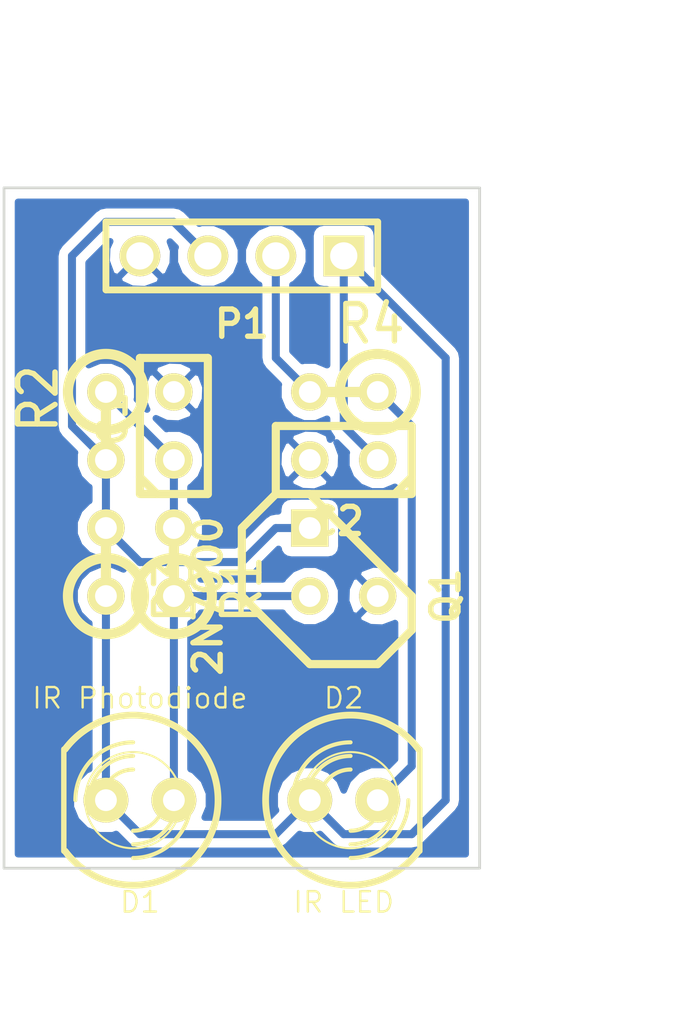
<source format=kicad_pcb>
(kicad_pcb (version 20170123) (host pcbnew no-vcs-found-7592~57~ubuntu16.04.1)

  (general
    (links 16)
    (no_connects 0)
    (area 74.879999 21.430001 103.948572 61.165)
    (thickness 1.6)
    (drawings 7)
    (tracks 30)
    (zones 0)
    (modules 10)
    (nets 8)
  )

  (page A3)
  (layers
    (0 F.Cu signal)
    (31 B.Cu signal)
    (32 B.Adhes user)
    (33 F.Adhes user)
    (34 B.Paste user)
    (35 F.Paste user)
    (36 B.SilkS user)
    (37 F.SilkS user)
    (38 B.Mask user)
    (39 F.Mask user)
    (40 Dwgs.User user)
    (41 Cmts.User user)
    (42 Eco1.User user)
    (43 Eco2.User user)
    (44 Edge.Cuts user)
  )

  (setup
    (last_trace_width 0.3)
    (trace_clearance 0.25)
    (zone_clearance 0.35)
    (zone_45_only no)
    (trace_min 0.254)
    (segment_width 0.2)
    (edge_width 0.1)
    (via_size 0.889)
    (via_drill 0.635)
    (via_min_size 0.889)
    (via_min_drill 0.508)
    (uvia_size 0.508)
    (uvia_drill 0.127)
    (uvias_allowed no)
    (uvia_min_size 0.508)
    (uvia_min_drill 0.127)
    (pcb_text_width 0.3)
    (pcb_text_size 1.5 1.5)
    (mod_edge_width 0.15)
    (mod_text_size 1 1)
    (mod_text_width 0.15)
    (pad_size 1.5 1.5)
    (pad_drill 0.6)
    (pad_to_mask_clearance 0)
    (aux_axis_origin 87.663674 30.509732)
    (visible_elements FFFFFFBF)
    (pcbplotparams
      (layerselection 0x01030_ffffffff)
      (usegerberextensions true)
      (excludeedgelayer true)
      (linewidth 0.150000)
      (plotframeref false)
      (viasonmask false)
      (mode 1)
      (useauxorigin false)
      (hpglpennumber 1)
      (hpglpenspeed 20)
      (hpglpendiameter 15)
      (psnegative false)
      (psa4output false)
      (plotreference true)
      (plotvalue true)
      (plotinvisibletext false)
      (padsonsilk false)
      (subtractmaskfromsilk false)
      (outputformat 1)
      (mirror false)
      (drillshape 0)
      (scaleselection 1)
      (outputdirectory GERBER))
  )

  (net 0 "")
  (net 1 GND)
  (net 2 N-000001)
  (net 3 N-000003)
  (net 4 N-000004)
  (net 5 N-000005)
  (net 6 N-000006)
  (net 7 VCC)

  (net_class Default "Esta é a classe de net default."
    (clearance 0.25)
    (trace_width 0.3)
    (via_dia 0.889)
    (via_drill 0.635)
    (uvia_dia 0.508)
    (uvia_drill 0.127)
    (add_net GND)
    (add_net N-000001)
    (add_net N-000003)
    (add_net N-000004)
    (add_net N-000005)
    (add_net N-000006)
    (add_net VCC)
  )

  (module TO92DGS (layer F.Cu) (tedit 4469CFF0) (tstamp 54F9A36D)
    (at 87.63 41.91 90)
    (descr "Transistor TO92 brochage type BC237")
    (tags "TR TO92")
    (path /54F9A080)
    (fp_text reference Q1 (at -1.27 3.81 90) (layer F.SilkS)
      (effects (font (size 1.016 1.016) (thickness 0.2032)))
    )
    (fp_text value 2N7000 (at -1.27 -5.08 90) (layer F.SilkS)
      (effects (font (size 1.016 1.016) (thickness 0.2032)))
    )
    (fp_line (start -1.27 2.54) (end 2.54 -1.27) (layer F.SilkS) (width 0.3048))
    (fp_line (start 2.54 -1.27) (end 2.54 -2.54) (layer F.SilkS) (width 0.3048))
    (fp_line (start 2.54 -2.54) (end 1.27 -3.81) (layer F.SilkS) (width 0.3048))
    (fp_line (start 1.27 -3.81) (end -1.27 -3.81) (layer F.SilkS) (width 0.3048))
    (fp_line (start -1.27 -3.81) (end -3.81 -1.27) (layer F.SilkS) (width 0.3048))
    (fp_line (start -3.81 -1.27) (end -3.81 1.27) (layer F.SilkS) (width 0.3048))
    (fp_line (start -3.81 1.27) (end -2.54 2.54) (layer F.SilkS) (width 0.3048))
    (fp_line (start -2.54 2.54) (end -1.27 2.54) (layer F.SilkS) (width 0.3048))
    (pad D thru_hole rect (at 1.27 -1.27 90) (size 1.397 1.397) (drill 0.8128) (layers *.Cu *.Mask F.SilkS)
      (net 5 N-000005))
    (pad G thru_hole circle (at -1.27 -1.27 90) (size 1.397 1.397) (drill 0.8128) (layers *.Cu *.Mask F.SilkS)
      (net 6 N-000006))
    (pad S thru_hole circle (at -1.27 1.27 90) (size 1.397 1.397) (drill 0.8128) (layers *.Cu *.Mask F.SilkS)
      (net 1 GND))
    (model discret/to98.wrl
      (at (xyz 0 0 0))
      (scale (xyz 1 1 1))
      (rotate (xyz 0 0 0))
    )
  )

  (module R1 (layer F.Cu) (tedit 200000) (tstamp 54F9A375)
    (at 78.74 41.91 90)
    (descr "Resistance verticale")
    (tags R)
    (path /54F9A0C1)
    (autoplace_cost90 10)
    (autoplace_cost180 10)
    (fp_text reference R3 (at -1.016 2.54 90) (layer F.SilkS)
      (effects (font (size 1.397 1.27) (thickness 0.2032)))
    )
    (fp_text value 1k (at -1.143 2.54 90) (layer F.SilkS) hide
      (effects (font (size 1.397 1.27) (thickness 0.2032)))
    )
    (fp_line (start -1.27 0) (end 1.27 0) (layer F.SilkS) (width 0.381))
    (fp_circle (center -1.27 0) (end -0.635 1.27) (layer F.SilkS) (width 0.381))
    (pad 1 thru_hole circle (at -1.27 0 90) (size 1.397 1.397) (drill 0.8128) (layers *.Cu *.Mask F.SilkS)
      (net 7 VCC))
    (pad 2 thru_hole circle (at 1.27 0 90) (size 1.397 1.397) (drill 0.8128) (layers *.Cu *.Mask F.SilkS)
      (net 5 N-000005))
    (model discret/verti_resistor.wrl
      (at (xyz 0 0 0))
      (scale (xyz 1 1 1))
      (rotate (xyz 0 0 0))
    )
  )

  (module R1 (layer F.Cu) (tedit 200000) (tstamp 54F9A37D)
    (at 78.74 36.83 270)
    (descr "Resistance verticale")
    (tags R)
    (path /54F9A0D3)
    (autoplace_cost90 10)
    (autoplace_cost180 10)
    (fp_text reference R2 (at -1.016 2.54 270) (layer F.SilkS)
      (effects (font (size 1.397 1.27) (thickness 0.2032)))
    )
    (fp_text value 1k (at -1.143 2.54 270) (layer F.SilkS) hide
      (effects (font (size 1.397 1.27) (thickness 0.2032)))
    )
    (fp_line (start -1.27 0) (end 1.27 0) (layer F.SilkS) (width 0.381))
    (fp_circle (center -1.27 0) (end -0.635 1.27) (layer F.SilkS) (width 0.381))
    (pad 1 thru_hole circle (at -1.27 0 270) (size 1.397 1.397) (drill 0.8128) (layers *.Cu *.Mask F.SilkS)
      (net 2 N-000001))
    (pad 2 thru_hole circle (at 1.27 0 270) (size 1.397 1.397) (drill 0.8128) (layers *.Cu *.Mask F.SilkS)
      (net 5 N-000005))
    (model discret/verti_resistor.wrl
      (at (xyz 0 0 0))
      (scale (xyz 1 1 1))
      (rotate (xyz 0 0 0))
    )
  )

  (module R1 (layer F.Cu) (tedit 200000) (tstamp 54F9A385)
    (at 81.28 41.91 90)
    (descr "Resistance verticale")
    (tags R)
    (path /54F9A0E2)
    (autoplace_cost90 10)
    (autoplace_cost180 10)
    (fp_text reference R1 (at -1.016 2.54 90) (layer F.SilkS)
      (effects (font (size 1.397 1.27) (thickness 0.2032)))
    )
    (fp_text value 10k (at -1.143 2.54 90) (layer F.SilkS) hide
      (effects (font (size 1.397 1.27) (thickness 0.2032)))
    )
    (fp_line (start -1.27 0) (end 1.27 0) (layer F.SilkS) (width 0.381))
    (fp_circle (center -1.27 0) (end -0.635 1.27) (layer F.SilkS) (width 0.381))
    (pad 1 thru_hole circle (at -1.27 0 90) (size 1.397 1.397) (drill 0.8128) (layers *.Cu *.Mask F.SilkS)
      (net 6 N-000006))
    (pad 2 thru_hole circle (at 1.27 0 90) (size 1.397 1.397) (drill 0.8128) (layers *.Cu *.Mask F.SilkS)
      (net 2 N-000001))
    (model discret/verti_resistor.wrl
      (at (xyz 0 0 0))
      (scale (xyz 1 1 1))
      (rotate (xyz 0 0 0))
    )
  )

  (module R1 (layer F.Cu) (tedit 200000) (tstamp 54F9A38D)
    (at 87.63 35.56 180)
    (descr "Resistance verticale")
    (tags R)
    (path /54F9A135)
    (autoplace_cost90 10)
    (autoplace_cost180 10)
    (fp_text reference R4 (at -1.016 2.54 180) (layer F.SilkS)
      (effects (font (size 1.397 1.27) (thickness 0.2032)))
    )
    (fp_text value 150 (at -1.143 2.54 180) (layer F.SilkS) hide
      (effects (font (size 1.397 1.27) (thickness 0.2032)))
    )
    (fp_line (start -1.27 0) (end 1.27 0) (layer F.SilkS) (width 0.381))
    (fp_circle (center -1.27 0) (end -0.635 1.27) (layer F.SilkS) (width 0.381))
    (pad 1 thru_hole circle (at -1.27 0 180) (size 1.397 1.397) (drill 0.8128) (layers *.Cu *.Mask F.SilkS)
      (net 4 N-000004))
    (pad 2 thru_hole circle (at 1.27 0 180) (size 1.397 1.397) (drill 0.8128) (layers *.Cu *.Mask F.SilkS)
      (net 3 N-000003))
    (model discret/verti_resistor.wrl
      (at (xyz 0 0 0))
      (scale (xyz 1 1 1))
      (rotate (xyz 0 0 0))
    )
  )

  (module PIN_ARRAY_4x1 (layer F.Cu) (tedit 4C10F42E) (tstamp 54F9A399)
    (at 83.82 30.48 180)
    (descr "Double rangee de contacts 2 x 5 pins")
    (tags CONN)
    (path /54F9A155)
    (fp_text reference P1 (at 0 -2.54 180) (layer F.SilkS)
      (effects (font (size 1.016 1.016) (thickness 0.2032)))
    )
    (fp_text value CONN_4 (at 0 2.54 180) (layer F.SilkS) hide
      (effects (font (size 1.016 1.016) (thickness 0.2032)))
    )
    (fp_line (start 5.08 1.27) (end -5.08 1.27) (layer F.SilkS) (width 0.254))
    (fp_line (start 5.08 -1.27) (end -5.08 -1.27) (layer F.SilkS) (width 0.254))
    (fp_line (start -5.08 -1.27) (end -5.08 1.27) (layer F.SilkS) (width 0.254))
    (fp_line (start 5.08 1.27) (end 5.08 -1.27) (layer F.SilkS) (width 0.254))
    (pad 1 thru_hole rect (at -3.81 0 180) (size 1.524 1.524) (drill 1.016) (layers *.Cu *.Mask F.SilkS)
      (net 7 VCC))
    (pad 2 thru_hole circle (at -1.27 0 180) (size 1.524 1.524) (drill 1.016) (layers *.Cu *.Mask F.SilkS)
      (net 3 N-000003))
    (pad 3 thru_hole circle (at 1.27 0 180) (size 1.524 1.524) (drill 1.016) (layers *.Cu *.Mask F.SilkS)
      (net 5 N-000005))
    (pad 4 thru_hole circle (at 3.81 0 180) (size 1.524 1.524) (drill 1.016) (layers *.Cu *.Mask F.SilkS)
      (net 1 GND))
    (model pin_array\pins_array_4x1.wrl
      (at (xyz 0 0 0))
      (scale (xyz 1 1 1))
      (rotate (xyz 0 0 0))
    )
  )

  (module LED-5MM (layer F.Cu) (tedit 50ADE86B) (tstamp 54F9A3A8)
    (at 80.01 50.8 180)
    (descr "LED 5mm - Lead pitch 100mil (2,54mm)")
    (tags "LED led 5mm 5MM 100mil 2,54mm")
    (path /54F9A117)
    (fp_text reference D1 (at 0 -3.81 180) (layer F.SilkS)
      (effects (font (size 0.762 0.762) (thickness 0.0889)))
    )
    (fp_text value "IR Photodiode" (at 0 3.81 180) (layer F.SilkS)
      (effects (font (size 0.762 0.762) (thickness 0.0889)))
    )
    (fp_line (start 2.8448 1.905) (end 2.8448 -1.905) (layer F.SilkS) (width 0.2032))
    (fp_circle (center 0.254 0) (end -1.016 1.27) (layer F.SilkS) (width 0.0762))
    (fp_arc (start 0.254 0) (end 2.794 1.905) (angle 286.2) (layer F.SilkS) (width 0.254))
    (fp_arc (start 0.254 0) (end -0.889 0) (angle 90) (layer F.SilkS) (width 0.1524))
    (fp_arc (start 0.254 0) (end 1.397 0) (angle 90) (layer F.SilkS) (width 0.1524))
    (fp_arc (start 0.254 0) (end -1.397 0) (angle 90) (layer F.SilkS) (width 0.1524))
    (fp_arc (start 0.254 0) (end 1.905 0) (angle 90) (layer F.SilkS) (width 0.1524))
    (fp_arc (start 0.254 0) (end -1.905 0) (angle 90) (layer F.SilkS) (width 0.1524))
    (fp_arc (start 0.254 0) (end 2.413 0) (angle 90) (layer F.SilkS) (width 0.1524))
    (pad 1 thru_hole circle (at -1.27 0 180) (size 1.6764 1.6764) (drill 0.8128) (layers *.Cu *.Mask F.SilkS)
      (net 6 N-000006))
    (pad 2 thru_hole circle (at 1.27 0 180) (size 1.6764 1.6764) (drill 0.8128) (layers *.Cu *.Mask F.SilkS)
      (net 7 VCC))
    (model discret/leds/led5_vertical_verde.wrl
      (at (xyz 0 0 0))
      (scale (xyz 1 1 1))
      (rotate (xyz 0 0 0))
    )
  )

  (module LED-5MM (layer F.Cu) (tedit 50ADE86B) (tstamp 54F9A3B7)
    (at 87.63 50.8)
    (descr "LED 5mm - Lead pitch 100mil (2,54mm)")
    (tags "LED led 5mm 5MM 100mil 2,54mm")
    (path /54F9A126)
    (fp_text reference D2 (at 0 -3.81) (layer F.SilkS)
      (effects (font (size 0.762 0.762) (thickness 0.0889)))
    )
    (fp_text value "IR LED" (at 0 3.81) (layer F.SilkS)
      (effects (font (size 0.762 0.762) (thickness 0.0889)))
    )
    (fp_line (start 2.8448 1.905) (end 2.8448 -1.905) (layer F.SilkS) (width 0.2032))
    (fp_circle (center 0.254 0) (end -1.016 1.27) (layer F.SilkS) (width 0.0762))
    (fp_arc (start 0.254 0) (end 2.794 1.905) (angle 286.2) (layer F.SilkS) (width 0.254))
    (fp_arc (start 0.254 0) (end -0.889 0) (angle 90) (layer F.SilkS) (width 0.1524))
    (fp_arc (start 0.254 0) (end 1.397 0) (angle 90) (layer F.SilkS) (width 0.1524))
    (fp_arc (start 0.254 0) (end -1.397 0) (angle 90) (layer F.SilkS) (width 0.1524))
    (fp_arc (start 0.254 0) (end 1.905 0) (angle 90) (layer F.SilkS) (width 0.1524))
    (fp_arc (start 0.254 0) (end -1.905 0) (angle 90) (layer F.SilkS) (width 0.1524))
    (fp_arc (start 0.254 0) (end 2.413 0) (angle 90) (layer F.SilkS) (width 0.1524))
    (pad 1 thru_hole circle (at -1.27 0) (size 1.6764 1.6764) (drill 0.8128) (layers *.Cu *.Mask F.SilkS)
      (net 7 VCC))
    (pad 2 thru_hole circle (at 1.27 0) (size 1.6764 1.6764) (drill 0.8128) (layers *.Cu *.Mask F.SilkS)
      (net 4 N-000004))
    (model discret/leds/led5_vertical_verde.wrl
      (at (xyz 0 0 0))
      (scale (xyz 1 1 1))
      (rotate (xyz 0 0 0))
    )
  )

  (module C1 (layer F.Cu) (tedit 3F92C496) (tstamp 54F9A3C2)
    (at 81.28 36.83 90)
    (descr "Condensateur e = 1 pas")
    (tags C)
    (path /54F9A0F1)
    (fp_text reference C1 (at 0.254 -2.286 90) (layer F.SilkS)
      (effects (font (size 1.016 1.016) (thickness 0.2032)))
    )
    (fp_text value 10uF (at 0 -2.286 90) (layer F.SilkS) hide
      (effects (font (size 1.016 1.016) (thickness 0.2032)))
    )
    (fp_line (start -2.4892 -1.27) (end 2.54 -1.27) (layer F.SilkS) (width 0.3048))
    (fp_line (start 2.54 -1.27) (end 2.54 1.27) (layer F.SilkS) (width 0.3048))
    (fp_line (start 2.54 1.27) (end -2.54 1.27) (layer F.SilkS) (width 0.3048))
    (fp_line (start -2.54 1.27) (end -2.54 -1.27) (layer F.SilkS) (width 0.3048))
    (fp_line (start -2.54 -0.635) (end -1.905 -1.27) (layer F.SilkS) (width 0.3048))
    (pad 1 thru_hole circle (at -1.27 0 90) (size 1.397 1.397) (drill 0.8128) (layers *.Cu *.Mask F.SilkS)
      (net 2 N-000001))
    (pad 2 thru_hole circle (at 1.27 0 90) (size 1.397 1.397) (drill 0.8128) (layers *.Cu *.Mask F.SilkS)
      (net 1 GND))
    (model discret/capa_1_pas.wrl
      (at (xyz 0 0 0))
      (scale (xyz 1 1 1))
      (rotate (xyz 0 0 0))
    )
  )

  (module C1 (layer F.Cu) (tedit 3F92C496) (tstamp 54F9A3CD)
    (at 87.63 38.1 180)
    (descr "Condensateur e = 1 pas")
    (tags C)
    (path /54F9A2CF)
    (fp_text reference C2 (at 0.254 -2.286 180) (layer F.SilkS)
      (effects (font (size 1.016 1.016) (thickness 0.2032)))
    )
    (fp_text value 10uF (at 0 -2.286 180) (layer F.SilkS) hide
      (effects (font (size 1.016 1.016) (thickness 0.2032)))
    )
    (fp_line (start -2.4892 -1.27) (end 2.54 -1.27) (layer F.SilkS) (width 0.3048))
    (fp_line (start 2.54 -1.27) (end 2.54 1.27) (layer F.SilkS) (width 0.3048))
    (fp_line (start 2.54 1.27) (end -2.54 1.27) (layer F.SilkS) (width 0.3048))
    (fp_line (start -2.54 1.27) (end -2.54 -1.27) (layer F.SilkS) (width 0.3048))
    (fp_line (start -2.54 -0.635) (end -1.905 -1.27) (layer F.SilkS) (width 0.3048))
    (pad 1 thru_hole circle (at -1.27 0 180) (size 1.397 1.397) (drill 0.8128) (layers *.Cu *.Mask F.SilkS)
      (net 7 VCC))
    (pad 2 thru_hole circle (at 1.27 0 180) (size 1.397 1.397) (drill 0.8128) (layers *.Cu *.Mask F.SilkS)
      (net 1 GND))
    (model discret/capa_1_pas.wrl
      (at (xyz 0 0 0))
      (scale (xyz 1 1 1))
      (rotate (xyz 0 0 0))
    )
  )

  (dimension 7.62 (width 0.3) (layer Eco2.User)
    (gr_text 7,620mm (at 83.82 59.769999) (layer Eco2.User) (tstamp 589DAEB6)
      (effects (font (size 1.5 1.5) (thickness 0.3)))
    )
    (feature1 (pts (xy 80.01 55.88) (xy 80.01 61.119999)))
    (feature2 (pts (xy 87.63 55.88) (xy 87.63 61.119999)))
    (crossbar (pts (xy 87.63 58.419999) (xy 80.01 58.419999)))
    (arrow1a (pts (xy 80.01 58.419999) (xy 81.136503 57.833579)))
    (arrow1b (pts (xy 80.01 58.419999) (xy 81.136503 59.006419)))
    (arrow2a (pts (xy 87.63 58.419999) (xy 86.503497 57.833579)))
    (arrow2b (pts (xy 87.63 58.419999) (xy 86.503497 59.006419)))
  )
  (dimension 25.4 (width 0.3) (layer Eco2.User)
    (gr_text 25,400mm (at 97.869999 40.64 270) (layer Eco2.User) (tstamp 589DAEB7)
      (effects (font (size 1.5 1.5) (thickness 0.3)))
    )
    (feature1 (pts (xy 93.98 53.34) (xy 99.219999 53.34)))
    (feature2 (pts (xy 93.98 27.94) (xy 99.219999 27.94)))
    (crossbar (pts (xy 96.519999 27.94) (xy 96.519999 53.34)))
    (arrow1a (pts (xy 96.519999 53.34) (xy 95.933579 52.213497)))
    (arrow1b (pts (xy 96.519999 53.34) (xy 97.106419 52.213497)))
    (arrow2a (pts (xy 96.519999 27.94) (xy 95.933579 29.066503)))
    (arrow2b (pts (xy 96.519999 27.94) (xy 97.106419 29.066503)))
  )
  (dimension 17.78 (width 0.3) (layer Eco2.User)
    (gr_text 17,780mm (at 83.82 22.780001) (layer Eco2.User) (tstamp 589DAEB8)
      (effects (font (size 1.5 1.5) (thickness 0.3)))
    )
    (feature1 (pts (xy 92.71 26.67) (xy 92.71 21.430001)))
    (feature2 (pts (xy 74.93 26.67) (xy 74.93 21.430001)))
    (crossbar (pts (xy 74.93 24.130001) (xy 92.71 24.130001)))
    (arrow1a (pts (xy 92.71 24.130001) (xy 91.583497 24.716421)))
    (arrow1b (pts (xy 92.71 24.130001) (xy 91.583497 23.543581)))
    (arrow2a (pts (xy 74.93 24.130001) (xy 76.056503 24.716421)))
    (arrow2b (pts (xy 74.93 24.130001) (xy 76.056503 23.543581)))
  )
  (gr_line (start 92.71 53.34) (end 74.93 53.34) (angle 90) (layer Edge.Cuts) (width 0.1))
  (gr_line (start 74.93 27.94) (end 92.71 27.94) (angle 90) (layer Edge.Cuts) (width 0.1))
  (gr_line (start 74.93 53.34) (end 74.93 27.94) (angle 90) (layer Edge.Cuts) (width 0.1))
  (gr_line (start 92.71 27.94) (end 92.71 53.34) (angle 90) (layer Edge.Cuts) (width 0.1))

  (segment (start 78.74 35.56) (end 81.28 38.1) (width 0.3) (layer B.Cu) (net 2))
  (segment (start 81.28 38.1) (end 81.28 40.64) (width 0.3) (layer B.Cu) (net 2) (tstamp 54F9A5D0))
  (segment (start 85.09 30.48) (end 85.09 34.29) (width 0.3) (layer B.Cu) (net 3))
  (segment (start 85.09 34.29) (end 86.36 35.56) (width 0.3) (layer B.Cu) (net 3) (tstamp 54F9A5C3))
  (segment (start 88.9 35.56) (end 90.17 36.83) (width 0.3) (layer B.Cu) (net 4))
  (segment (start 90.17 49.53) (end 88.9 50.8) (width 0.3) (layer B.Cu) (net 4) (tstamp 54F9A781))
  (segment (start 90.17 36.83) (end 90.17 49.53) (width 0.3) (layer B.Cu) (net 4) (tstamp 54F9A777))
  (segment (start 77.47 36.83) (end 78.74 38.1) (width 0.3) (layer B.Cu) (net 5) (tstamp 54F9A647))
  (segment (start 77.47 30.48) (end 77.47 36.83) (width 0.3) (layer B.Cu) (net 5) (tstamp 54F9A645))
  (segment (start 78.74 29.21) (end 77.47 30.48) (width 0.3) (layer B.Cu) (net 5) (tstamp 54F9A644))
  (segment (start 82.55 30.48) (end 81.28 29.21) (width 0.3) (layer B.Cu) (net 5))
  (segment (start 81.28 29.21) (end 78.74 29.21) (width 0.3) (layer B.Cu) (net 5) (tstamp 54F9A63A))
  (segment (start 86.36 40.64) (end 85.09 40.64) (width 0.3) (layer B.Cu) (net 5))
  (segment (start 80.01 41.91) (end 78.74 40.64) (width 0.3) (layer B.Cu) (net 5) (tstamp 54F9A5E1))
  (segment (start 83.82 41.91) (end 80.01 41.91) (width 0.3) (layer B.Cu) (net 5) (tstamp 54F9A5DF))
  (segment (start 85.09 40.64) (end 83.82 41.91) (width 0.3) (layer B.Cu) (net 5) (tstamp 54F9A5DB))
  (segment (start 78.74 38.1) (end 78.74 40.64) (width 0.3) (layer B.Cu) (net 5))
  (segment (start 86.36 43.18) (end 81.28 43.18) (width 0.3) (layer B.Cu) (net 6))
  (segment (start 81.28 43.18) (end 81.28 50.8) (width 0.3) (layer B.Cu) (net 6))
  (segment (start 86.36 50.8) (end 87.63 52.07) (width 0.3) (layer B.Cu) (net 7))
  (segment (start 91.44 34.29) (end 87.63 30.48) (width 0.3) (layer B.Cu) (net 7) (tstamp 54F9A7A1))
  (segment (start 91.44 50.8) (end 91.44 34.29) (width 0.3) (layer B.Cu) (net 7) (tstamp 54F9A79B))
  (segment (start 90.17 52.07) (end 91.44 50.8) (width 0.3) (layer B.Cu) (net 7) (tstamp 54F9A794))
  (segment (start 87.63 52.07) (end 90.17 52.07) (width 0.3) (layer B.Cu) (net 7) (tstamp 54F9A791))
  (segment (start 88.9 38.1) (end 87.63 36.83) (width 0.3) (layer B.Cu) (net 7))
  (segment (start 87.63 36.83) (end 87.63 30.48) (width 0.3) (layer B.Cu) (net 7) (tstamp 54F9A786))
  (segment (start 78.74 43.18) (end 78.74 50.8) (width 0.3) (layer B.Cu) (net 7))
  (segment (start 78.74 50.8) (end 80.01 52.07) (width 0.3) (layer B.Cu) (net 7) (tstamp 54F9A602))
  (segment (start 80.01 52.07) (end 85.09 52.07) (width 0.3) (layer B.Cu) (net 7) (tstamp 54F9A603))
  (segment (start 85.09 52.07) (end 86.36 50.8) (width 0.3) (layer B.Cu) (net 7) (tstamp 54F9A608))

  (zone (net 1) (net_name GND) (layer B.Cu) (tstamp 0) (hatch none 0.508)
    (connect_pads (clearance 0.35))
    (min_thickness 0.25)
    (fill yes (arc_segments 16) (thermal_gap 0.351) (thermal_bridge_width 0.251))
    (polygon
      (pts
        (xy 74.93 27.94) (xy 92.71 27.94) (xy 92.71 53.34) (xy 74.93 53.34)
      )
    )
    (filled_polygon
      (pts
        (xy 92.185 52.815) (xy 75.455 52.815) (xy 75.455 30.48) (xy 76.845 30.48) (xy 76.845 36.83)
        (xy 76.892575 37.069177) (xy 77.028058 37.271942) (xy 77.582831 37.826715) (xy 77.566704 37.865552) (xy 77.566297 38.332399)
        (xy 77.744575 38.763866) (xy 78.074398 39.094265) (xy 78.115 39.111124) (xy 78.115 39.628516) (xy 78.076134 39.644575)
        (xy 77.745735 39.974398) (xy 77.566704 40.405552) (xy 77.566297 40.872399) (xy 77.744575 41.303866) (xy 78.074398 41.634265)
        (xy 78.505552 41.813296) (xy 78.972399 41.813703) (xy 79.01303 41.796914) (xy 79.399187 42.183071) (xy 78.974448 42.006704)
        (xy 78.507601 42.006297) (xy 78.076134 42.184575) (xy 77.745735 42.514398) (xy 77.566704 42.945552) (xy 77.566297 43.412399)
        (xy 77.744575 43.843866) (xy 78.074398 44.174265) (xy 78.115 44.191124) (xy 78.115 49.63736) (xy 77.997104 49.686074)
        (xy 77.627372 50.055161) (xy 77.427029 50.537642) (xy 77.426573 51.060066) (xy 77.626074 51.542896) (xy 77.995161 51.912628)
        (xy 78.477642 52.112971) (xy 79.000066 52.113427) (xy 79.119991 52.063875) (xy 79.568058 52.511942) (xy 79.770822 52.647425)
        (xy 80.01 52.695) (xy 85.09 52.695) (xy 85.329177 52.647425) (xy 85.531942 52.511942) (xy 85.979832 52.064052)
        (xy 86.097642 52.112971) (xy 86.620066 52.113427) (xy 86.739991 52.063875) (xy 87.188058 52.511942) (xy 87.390822 52.647425)
        (xy 87.63 52.695) (xy 90.17 52.695) (xy 90.409177 52.647425) (xy 90.611942 52.511942) (xy 91.881942 51.241942)
        (xy 92.017425 51.039178) (xy 92.065 50.8) (xy 92.065 34.290005) (xy 92.065001 34.29) (xy 92.017425 34.050823)
        (xy 91.881942 33.848058) (xy 88.876305 30.842421) (xy 88.876305 29.718) (xy 88.839439 29.532665) (xy 88.734455 29.375545)
        (xy 88.577335 29.270561) (xy 88.392 29.233695) (xy 86.868 29.233695) (xy 86.682665 29.270561) (xy 86.525545 29.375545)
        (xy 86.420561 29.532665) (xy 86.383695 29.718) (xy 86.383695 31.242) (xy 86.420561 31.427335) (xy 86.525545 31.584455)
        (xy 86.682665 31.689439) (xy 86.868 31.726305) (xy 87.005 31.726305) (xy 87.005 34.55718) (xy 86.594448 34.386704)
        (xy 86.127601 34.386297) (xy 86.08697 34.403086) (xy 85.715 34.031116) (xy 85.715 31.560191) (xy 85.789789 31.529289)
        (xy 86.138066 31.181619) (xy 86.326785 30.727134) (xy 86.327214 30.235025) (xy 86.139289 29.780211) (xy 85.791619 29.431934)
        (xy 85.337134 29.243215) (xy 84.845025 29.242786) (xy 84.390211 29.430711) (xy 84.041934 29.778381) (xy 83.853215 30.232866)
        (xy 83.852786 30.724975) (xy 84.040711 31.179789) (xy 84.388381 31.528066) (xy 84.465 31.559881) (xy 84.465 34.29)
        (xy 84.512575 34.529177) (xy 84.648058 34.731942) (xy 85.202831 35.286715) (xy 85.186704 35.325552) (xy 85.186297 35.792399)
        (xy 85.364575 36.223866) (xy 85.694398 36.554265) (xy 86.125552 36.733296) (xy 86.592399 36.733703) (xy 87.005 36.56322)
        (xy 87.005 36.83) (xy 87.052575 37.069177) (xy 87.187774 37.271516) (xy 87.122267 37.337023) (xy 87.063474 37.1309)
        (xy 86.639066 36.935461) (xy 86.172173 36.917312) (xy 85.733876 37.079217) (xy 85.656526 37.1309) (xy 85.597732 37.337025)
        (xy 86.36 38.099293) (xy 86.374143 38.085151) (xy 86.37485 38.085858) (xy 86.360707 38.1) (xy 87.122975 38.862268)
        (xy 87.3291 38.803474) (xy 87.524539 38.379066) (xy 87.542688 37.912173) (xy 87.380783 37.473876) (xy 87.36224 37.446124)
        (xy 87.742831 37.826715) (xy 87.726704 37.865552) (xy 87.726297 38.332399) (xy 87.904575 38.763866) (xy 88.234398 39.094265)
        (xy 88.665552 39.273296) (xy 89.132399 39.273703) (xy 89.545 39.10322) (xy 89.545 42.183973) (xy 89.179066 42.015461)
        (xy 88.712173 41.997312) (xy 88.273876 42.159217) (xy 88.196526 42.2109) (xy 88.137732 42.417025) (xy 88.9 43.179293)
        (xy 88.914143 43.165151) (xy 88.91485 43.165858) (xy 88.900707 43.18) (xy 88.91485 43.194143) (xy 88.914143 43.19485)
        (xy 88.9 43.180707) (xy 88.137732 43.942975) (xy 88.196526 44.1491) (xy 88.620934 44.344539) (xy 89.087827 44.362688)
        (xy 89.526124 44.200783) (xy 89.545 44.188171) (xy 89.545 49.271116) (xy 89.280168 49.535948) (xy 89.162358 49.487029)
        (xy 88.639934 49.486573) (xy 88.157104 49.686074) (xy 87.787372 50.055161) (xy 87.62986 50.434493) (xy 87.473926 50.057104)
        (xy 87.104839 49.687372) (xy 86.622358 49.487029) (xy 86.099934 49.486573) (xy 85.617104 49.686074) (xy 85.247372 50.055161)
        (xy 85.047029 50.537642) (xy 85.046573 51.060066) (xy 85.096125 51.179991) (xy 84.831116 51.445) (xy 82.434085 51.445)
        (xy 82.592971 51.062358) (xy 82.593427 50.539934) (xy 82.393926 50.057104) (xy 82.024839 49.687372) (xy 81.905 49.637611)
        (xy 81.905 44.191484) (xy 81.943866 44.175425) (xy 82.274265 43.845602) (xy 82.291124 43.805) (xy 85.348516 43.805)
        (xy 85.364575 43.843866) (xy 85.694398 44.174265) (xy 86.125552 44.353296) (xy 86.592399 44.353703) (xy 87.023866 44.175425)
        (xy 87.354265 43.845602) (xy 87.533296 43.414448) (xy 87.533336 43.367827) (xy 87.717312 43.367827) (xy 87.879217 43.806124)
        (xy 87.9309 43.883474) (xy 88.137025 43.942268) (xy 88.899293 43.18) (xy 88.137025 42.417732) (xy 87.9309 42.476526)
        (xy 87.735461 42.900934) (xy 87.717312 43.367827) (xy 87.533336 43.367827) (xy 87.533703 42.947601) (xy 87.355425 42.516134)
        (xy 87.025602 42.185735) (xy 86.594448 42.006704) (xy 86.127601 42.006297) (xy 85.696134 42.184575) (xy 85.365735 42.514398)
        (xy 85.348876 42.555) (xy 82.291484 42.555) (xy 82.28322 42.535) (xy 83.82 42.535) (xy 84.059177 42.487425)
        (xy 84.261942 42.351942) (xy 85.193486 41.420398) (xy 85.214061 41.523835) (xy 85.319045 41.680955) (xy 85.476165 41.785939)
        (xy 85.6615 41.822805) (xy 87.0585 41.822805) (xy 87.243835 41.785939) (xy 87.400955 41.680955) (xy 87.505939 41.523835)
        (xy 87.542805 41.3385) (xy 87.542805 39.9415) (xy 87.505939 39.756165) (xy 87.400955 39.599045) (xy 87.243835 39.494061)
        (xy 87.0585 39.457195) (xy 85.6615 39.457195) (xy 85.476165 39.494061) (xy 85.319045 39.599045) (xy 85.214061 39.756165)
        (xy 85.177195 39.9415) (xy 85.177195 40.015) (xy 85.09 40.015) (xy 84.850822 40.062575) (xy 84.648058 40.198058)
        (xy 83.561116 41.285) (xy 82.28282 41.285) (xy 82.453296 40.874448) (xy 82.453703 40.407601) (xy 82.275425 39.976134)
        (xy 81.945602 39.645735) (xy 81.905 39.628876) (xy 81.905 39.111484) (xy 81.943866 39.095425) (xy 82.176721 38.862975)
        (xy 85.597732 38.862975) (xy 85.656526 39.0691) (xy 86.080934 39.264539) (xy 86.547827 39.282688) (xy 86.986124 39.120783)
        (xy 87.063474 39.0691) (xy 87.122268 38.862975) (xy 86.36 38.100707) (xy 85.597732 38.862975) (xy 82.176721 38.862975)
        (xy 82.274265 38.765602) (xy 82.453296 38.334448) (xy 82.453336 38.287827) (xy 85.177312 38.287827) (xy 85.339217 38.726124)
        (xy 85.3909 38.803474) (xy 85.597025 38.862268) (xy 86.359293 38.1) (xy 85.597025 37.337732) (xy 85.3909 37.396526)
        (xy 85.195461 37.820934) (xy 85.177312 38.287827) (xy 82.453336 38.287827) (xy 82.453703 37.867601) (xy 82.275425 37.436134)
        (xy 81.945602 37.105735) (xy 81.514448 36.926704) (xy 81.047601 36.926297) (xy 81.006969 36.943086) (xy 80.607031 36.543147)
        (xy 81.000934 36.724539) (xy 81.467827 36.742688) (xy 81.906124 36.580783) (xy 81.983474 36.5291) (xy 82.042268 36.322975)
        (xy 81.28 35.560707) (xy 81.265858 35.57485) (xy 81.265151 35.574143) (xy 81.279293 35.56) (xy 81.280707 35.56)
        (xy 82.042975 36.322268) (xy 82.2491 36.263474) (xy 82.444539 35.839066) (xy 82.462688 35.372173) (xy 82.300783 34.933876)
        (xy 82.2491 34.856526) (xy 82.042975 34.797732) (xy 81.280707 35.56) (xy 81.279293 35.56) (xy 80.517025 34.797732)
        (xy 80.3109 34.856526) (xy 80.115461 35.280934) (xy 80.097312 35.747827) (xy 80.259217 36.186124) (xy 80.277761 36.213878)
        (xy 79.897169 35.833286) (xy 79.913296 35.794448) (xy 79.913703 35.327601) (xy 79.735425 34.896134) (xy 79.636489 34.797025)
        (xy 80.517732 34.797025) (xy 81.28 35.559293) (xy 82.042268 34.797025) (xy 81.983474 34.5909) (xy 81.559066 34.395461)
        (xy 81.092173 34.377312) (xy 80.653876 34.539217) (xy 80.576526 34.5909) (xy 80.517732 34.797025) (xy 79.636489 34.797025)
        (xy 79.405602 34.565735) (xy 78.974448 34.386704) (xy 78.507601 34.386297) (xy 78.095 34.55678) (xy 78.095 31.288756)
        (xy 79.201951 31.288756) (xy 79.268471 31.501479) (xy 79.715819 31.707494) (xy 80.207954 31.726636) (xy 80.669953 31.555987)
        (xy 80.751529 31.501479) (xy 80.818049 31.288756) (xy 80.01 30.480707) (xy 79.201951 31.288756) (xy 78.095 31.288756)
        (xy 78.095 30.738884) (xy 78.897272 29.936612) (xy 78.782506 30.185819) (xy 78.763364 30.677954) (xy 78.934013 31.139953)
        (xy 78.988521 31.221529) (xy 79.201244 31.288049) (xy 80.009293 30.48) (xy 79.995151 30.465858) (xy 79.995858 30.465151)
        (xy 80.01 30.479293) (xy 80.024143 30.465151) (xy 80.02485 30.465858) (xy 80.010707 30.48) (xy 80.818756 31.288049)
        (xy 81.031479 31.221529) (xy 81.237494 30.774181) (xy 81.256636 30.282046) (xy 81.132741 29.946625) (xy 81.344248 30.158132)
        (xy 81.313215 30.232866) (xy 81.312786 30.724975) (xy 81.500711 31.179789) (xy 81.848381 31.528066) (xy 82.302866 31.716785)
        (xy 82.794975 31.717214) (xy 83.249789 31.529289) (xy 83.598066 31.181619) (xy 83.786785 30.727134) (xy 83.787214 30.235025)
        (xy 83.599289 29.780211) (xy 83.251619 29.431934) (xy 82.797134 29.243215) (xy 82.305025 29.242786) (xy 82.228351 29.274467)
        (xy 81.721942 28.768058) (xy 81.519177 28.632575) (xy 81.28 28.585) (xy 78.74 28.585) (xy 78.500822 28.632575)
        (xy 78.298058 28.768058) (xy 77.028058 30.038058) (xy 76.892575 30.240823) (xy 76.845 30.48) (xy 75.455 30.48)
        (xy 75.455 28.465) (xy 92.185 28.465)
      )
    )
  )
)

</source>
